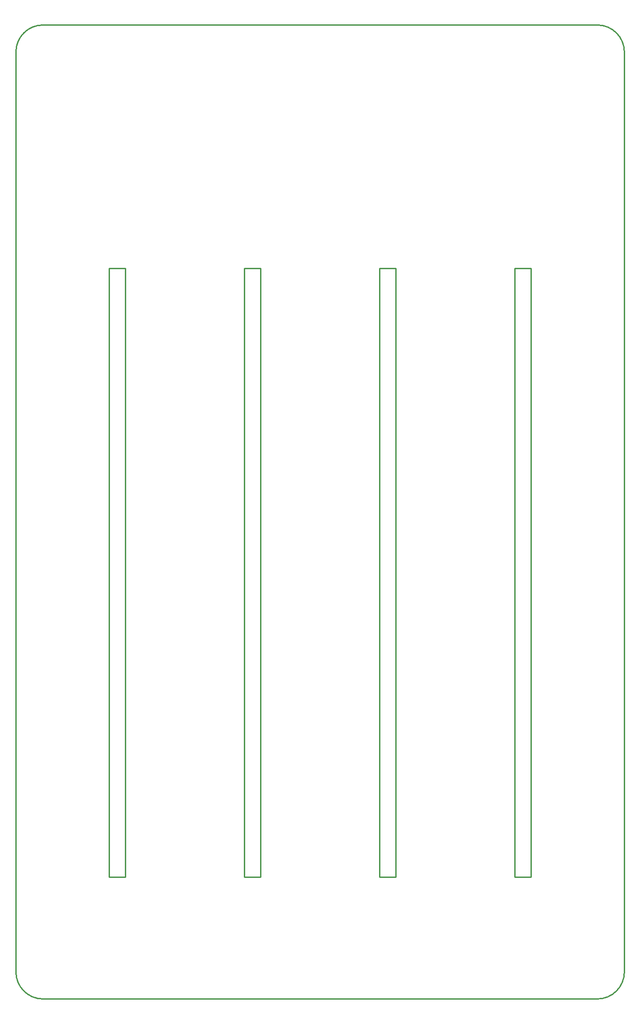
<source format=gbr>
%TF.GenerationSoftware,KiCad,Pcbnew,8.0.6*%
%TF.CreationDate,2025-03-02T16:11:29-08:00*%
%TF.ProjectId,dpx_faded_FP,6470785f-6661-4646-9564-5f46502e6b69,rev?*%
%TF.SameCoordinates,Original*%
%TF.FileFunction,Profile,NP*%
%FSLAX46Y46*%
G04 Gerber Fmt 4.6, Leading zero omitted, Abs format (unit mm)*
G04 Created by KiCad (PCBNEW 8.0.6) date 2025-03-02 16:11:29*
%MOMM*%
%LPD*%
G01*
G04 APERTURE LIST*
%TA.AperFunction,Profile*%
%ADD10C,0.254000*%
%TD*%
G04 APERTURE END LIST*
D10*
X27700000Y-191650000D02*
X27700000Y-18930000D01*
X136920000Y-196730000D02*
X32780000Y-196730000D01*
X142000000Y-18930000D02*
X142000000Y-191650000D01*
X32780000Y-13850000D02*
X136920000Y-13850000D01*
X136920000Y-13850000D02*
G75*
G02*
X142000000Y-18930000I0J-5080000D01*
G01*
X142000000Y-191650000D02*
G75*
G02*
X136920000Y-196730000I-5080000J0D01*
G01*
X32780000Y-196730000D02*
G75*
G02*
X27700000Y-191650000I0J5080000D01*
G01*
X27700000Y-18930000D02*
G75*
G02*
X32780000Y-13850000I5080000J0D01*
G01*
X45226000Y-59570000D02*
X45226000Y-173870000D01*
X45226000Y-173870000D02*
X48274000Y-173870000D01*
X48274000Y-173870000D02*
X48274000Y-59570000D01*
X48274000Y-59570000D02*
X45226000Y-59570000D01*
X70626000Y-59570000D02*
X70626000Y-173870000D01*
X70626000Y-173870000D02*
X73674000Y-173870000D01*
X73674000Y-173870000D02*
X73674000Y-59570000D01*
X73674000Y-59570000D02*
X70626000Y-59570000D01*
X96026000Y-59570000D02*
X96026000Y-173870000D01*
X96026000Y-173870000D02*
X99074000Y-173870000D01*
X99074000Y-173870000D02*
X99074000Y-59570000D01*
X99074000Y-59570000D02*
X96026000Y-59570000D01*
X121426000Y-59570000D02*
X121426000Y-173870000D01*
X121426000Y-173870000D02*
X124474000Y-173870000D01*
X124474000Y-173870000D02*
X124474000Y-59570000D01*
X124474000Y-59570000D02*
X121426000Y-59570000D01*
M02*

</source>
